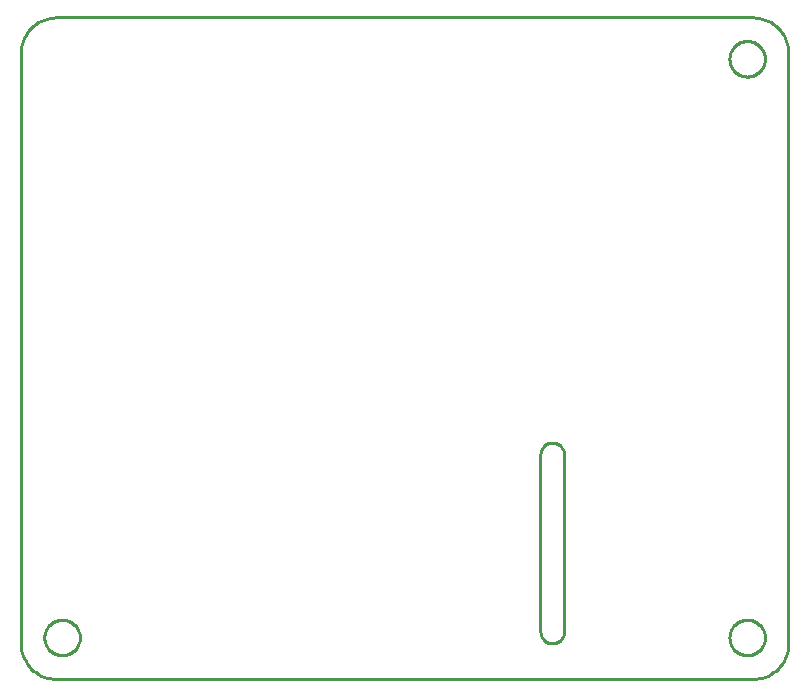
<source format=gbr>
G04 EAGLE Gerber X2 export*
%TF.Part,Single*%
%TF.FileFunction,Profile,NP*%
%TF.FilePolarity,Positive*%
%TF.GenerationSoftware,Autodesk,EAGLE,9.1.0*%
%TF.CreationDate,2018-10-24T11:49:30Z*%
G75*
%MOMM*%
%FSLAX34Y34*%
%LPD*%
%AMOC8*
5,1,8,0,0,1.08239X$1,22.5*%
G01*
%ADD10C,0.254000*%


D10*
X0Y30000D02*
X114Y27385D01*
X456Y24791D01*
X1022Y22235D01*
X1809Y19739D01*
X2811Y17321D01*
X4019Y15000D01*
X5425Y12793D01*
X7019Y10716D01*
X8787Y8787D01*
X10716Y7019D01*
X12793Y5425D01*
X15000Y4019D01*
X17321Y2811D01*
X19739Y1809D01*
X22235Y1022D01*
X24791Y456D01*
X27385Y114D01*
X30000Y0D01*
X620000Y0D01*
X622615Y114D01*
X625209Y456D01*
X627765Y1022D01*
X630261Y1809D01*
X632679Y2811D01*
X635000Y4019D01*
X637207Y5425D01*
X639284Y7019D01*
X641213Y8787D01*
X642981Y10716D01*
X644575Y12793D01*
X645981Y15000D01*
X647189Y17321D01*
X648191Y19739D01*
X648978Y22235D01*
X649544Y24791D01*
X649886Y27385D01*
X650000Y30000D01*
X650000Y530000D01*
X649886Y532615D01*
X649544Y535209D01*
X648978Y537765D01*
X648191Y540261D01*
X647189Y542679D01*
X645981Y545000D01*
X644575Y547207D01*
X642981Y549284D01*
X641213Y551213D01*
X639284Y552981D01*
X637207Y554575D01*
X635000Y555981D01*
X632679Y557189D01*
X630261Y558191D01*
X627765Y558978D01*
X625209Y559544D01*
X622615Y559886D01*
X620000Y560000D01*
X30000Y560000D01*
X27385Y559886D01*
X24791Y559544D01*
X22235Y558978D01*
X19739Y558191D01*
X17321Y557189D01*
X15000Y555981D01*
X12793Y554575D01*
X10716Y552981D01*
X8787Y551213D01*
X7019Y549284D01*
X5425Y547207D01*
X4019Y545000D01*
X2811Y542679D01*
X1809Y540261D01*
X1022Y537765D01*
X456Y535209D01*
X114Y532615D01*
X0Y530000D01*
X0Y30000D01*
X440000Y40000D02*
X440038Y39128D01*
X440152Y38264D01*
X440341Y37412D01*
X440603Y36580D01*
X440937Y35774D01*
X441340Y35000D01*
X441808Y34264D01*
X442340Y33572D01*
X442929Y32929D01*
X443572Y32340D01*
X444264Y31808D01*
X445000Y31340D01*
X445774Y30937D01*
X446580Y30603D01*
X447412Y30341D01*
X448264Y30152D01*
X449128Y30038D01*
X450000Y30000D01*
X450872Y30038D01*
X451736Y30152D01*
X452588Y30341D01*
X453420Y30603D01*
X454226Y30937D01*
X455000Y31340D01*
X455736Y31808D01*
X456428Y32340D01*
X457071Y32929D01*
X457660Y33572D01*
X458192Y34264D01*
X458660Y35000D01*
X459063Y35774D01*
X459397Y36580D01*
X459659Y37412D01*
X459848Y38264D01*
X459962Y39128D01*
X460000Y40000D01*
X460000Y190000D01*
X459962Y190872D01*
X459848Y191736D01*
X459659Y192588D01*
X459397Y193420D01*
X459063Y194226D01*
X458660Y195000D01*
X458192Y195736D01*
X457660Y196428D01*
X457071Y197071D01*
X456428Y197660D01*
X455736Y198192D01*
X455000Y198660D01*
X454226Y199063D01*
X453420Y199397D01*
X452588Y199659D01*
X451736Y199848D01*
X450872Y199962D01*
X450000Y200000D01*
X449128Y199962D01*
X448264Y199848D01*
X447412Y199659D01*
X446580Y199397D01*
X445774Y199063D01*
X445000Y198660D01*
X444264Y198192D01*
X443572Y197660D01*
X442929Y197071D01*
X442340Y196428D01*
X441808Y195736D01*
X441340Y195000D01*
X440937Y194226D01*
X440603Y193420D01*
X440341Y192588D01*
X440152Y191736D01*
X440038Y190872D01*
X440000Y190000D01*
X440000Y40000D01*
X50000Y34464D02*
X49924Y33396D01*
X49771Y32335D01*
X49543Y31288D01*
X49241Y30260D01*
X48867Y29256D01*
X48422Y28281D01*
X47908Y27341D01*
X47329Y26440D01*
X46687Y25582D01*
X45985Y24772D01*
X45228Y24015D01*
X44418Y23313D01*
X43560Y22671D01*
X42659Y22092D01*
X41719Y21578D01*
X40744Y21133D01*
X39740Y20759D01*
X38712Y20457D01*
X37665Y20229D01*
X36604Y20076D01*
X35536Y20000D01*
X34464Y20000D01*
X33396Y20076D01*
X32335Y20229D01*
X31288Y20457D01*
X30260Y20759D01*
X29256Y21133D01*
X28281Y21578D01*
X27341Y22092D01*
X26440Y22671D01*
X25582Y23313D01*
X24772Y24015D01*
X24015Y24772D01*
X23313Y25582D01*
X22671Y26440D01*
X22092Y27341D01*
X21578Y28281D01*
X21133Y29256D01*
X20759Y30260D01*
X20457Y31288D01*
X20229Y32335D01*
X20076Y33396D01*
X20000Y34464D01*
X20000Y35536D01*
X20076Y36604D01*
X20229Y37665D01*
X20457Y38712D01*
X20759Y39740D01*
X21133Y40744D01*
X21578Y41719D01*
X22092Y42659D01*
X22671Y43560D01*
X23313Y44418D01*
X24015Y45228D01*
X24772Y45985D01*
X25582Y46687D01*
X26440Y47329D01*
X27341Y47908D01*
X28281Y48422D01*
X29256Y48867D01*
X30260Y49241D01*
X31288Y49543D01*
X32335Y49771D01*
X33396Y49924D01*
X34464Y50000D01*
X35536Y50000D01*
X36604Y49924D01*
X37665Y49771D01*
X38712Y49543D01*
X39740Y49241D01*
X40744Y48867D01*
X41719Y48422D01*
X42659Y47908D01*
X43560Y47329D01*
X44418Y46687D01*
X45228Y45985D01*
X45985Y45228D01*
X46687Y44418D01*
X47329Y43560D01*
X47908Y42659D01*
X48422Y41719D01*
X48867Y40744D01*
X49241Y39740D01*
X49543Y38712D01*
X49771Y37665D01*
X49924Y36604D01*
X50000Y35536D01*
X50000Y34464D01*
X630000Y34464D02*
X629924Y33396D01*
X629771Y32335D01*
X629543Y31288D01*
X629241Y30260D01*
X628867Y29256D01*
X628422Y28281D01*
X627908Y27341D01*
X627329Y26440D01*
X626687Y25582D01*
X625985Y24772D01*
X625228Y24015D01*
X624418Y23313D01*
X623560Y22671D01*
X622659Y22092D01*
X621719Y21578D01*
X620744Y21133D01*
X619740Y20759D01*
X618712Y20457D01*
X617665Y20229D01*
X616604Y20076D01*
X615536Y20000D01*
X614464Y20000D01*
X613396Y20076D01*
X612335Y20229D01*
X611288Y20457D01*
X610260Y20759D01*
X609256Y21133D01*
X608281Y21578D01*
X607341Y22092D01*
X606440Y22671D01*
X605582Y23313D01*
X604772Y24015D01*
X604015Y24772D01*
X603313Y25582D01*
X602671Y26440D01*
X602092Y27341D01*
X601578Y28281D01*
X601133Y29256D01*
X600759Y30260D01*
X600457Y31288D01*
X600229Y32335D01*
X600076Y33396D01*
X600000Y34464D01*
X600000Y35536D01*
X600076Y36604D01*
X600229Y37665D01*
X600457Y38712D01*
X600759Y39740D01*
X601133Y40744D01*
X601578Y41719D01*
X602092Y42659D01*
X602671Y43560D01*
X603313Y44418D01*
X604015Y45228D01*
X604772Y45985D01*
X605582Y46687D01*
X606440Y47329D01*
X607341Y47908D01*
X608281Y48422D01*
X609256Y48867D01*
X610260Y49241D01*
X611288Y49543D01*
X612335Y49771D01*
X613396Y49924D01*
X614464Y50000D01*
X615536Y50000D01*
X616604Y49924D01*
X617665Y49771D01*
X618712Y49543D01*
X619740Y49241D01*
X620744Y48867D01*
X621719Y48422D01*
X622659Y47908D01*
X623560Y47329D01*
X624418Y46687D01*
X625228Y45985D01*
X625985Y45228D01*
X626687Y44418D01*
X627329Y43560D01*
X627908Y42659D01*
X628422Y41719D01*
X628867Y40744D01*
X629241Y39740D01*
X629543Y38712D01*
X629771Y37665D01*
X629924Y36604D01*
X630000Y35536D01*
X630000Y34464D01*
X630000Y524464D02*
X629924Y523396D01*
X629771Y522335D01*
X629543Y521288D01*
X629241Y520260D01*
X628867Y519256D01*
X628422Y518281D01*
X627908Y517341D01*
X627329Y516440D01*
X626687Y515582D01*
X625985Y514772D01*
X625228Y514015D01*
X624418Y513313D01*
X623560Y512671D01*
X622659Y512092D01*
X621719Y511578D01*
X620744Y511133D01*
X619740Y510759D01*
X618712Y510457D01*
X617665Y510229D01*
X616604Y510076D01*
X615536Y510000D01*
X614464Y510000D01*
X613396Y510076D01*
X612335Y510229D01*
X611288Y510457D01*
X610260Y510759D01*
X609256Y511133D01*
X608281Y511578D01*
X607341Y512092D01*
X606440Y512671D01*
X605582Y513313D01*
X604772Y514015D01*
X604015Y514772D01*
X603313Y515582D01*
X602671Y516440D01*
X602092Y517341D01*
X601578Y518281D01*
X601133Y519256D01*
X600759Y520260D01*
X600457Y521288D01*
X600229Y522335D01*
X600076Y523396D01*
X600000Y524464D01*
X600000Y525536D01*
X600076Y526604D01*
X600229Y527665D01*
X600457Y528712D01*
X600759Y529740D01*
X601133Y530744D01*
X601578Y531719D01*
X602092Y532659D01*
X602671Y533560D01*
X603313Y534418D01*
X604015Y535228D01*
X604772Y535985D01*
X605582Y536687D01*
X606440Y537329D01*
X607341Y537908D01*
X608281Y538422D01*
X609256Y538867D01*
X610260Y539241D01*
X611288Y539543D01*
X612335Y539771D01*
X613396Y539924D01*
X614464Y540000D01*
X615536Y540000D01*
X616604Y539924D01*
X617665Y539771D01*
X618712Y539543D01*
X619740Y539241D01*
X620744Y538867D01*
X621719Y538422D01*
X622659Y537908D01*
X623560Y537329D01*
X624418Y536687D01*
X625228Y535985D01*
X625985Y535228D01*
X626687Y534418D01*
X627329Y533560D01*
X627908Y532659D01*
X628422Y531719D01*
X628867Y530744D01*
X629241Y529740D01*
X629543Y528712D01*
X629771Y527665D01*
X629924Y526604D01*
X630000Y525536D01*
X630000Y524464D01*
M02*

</source>
